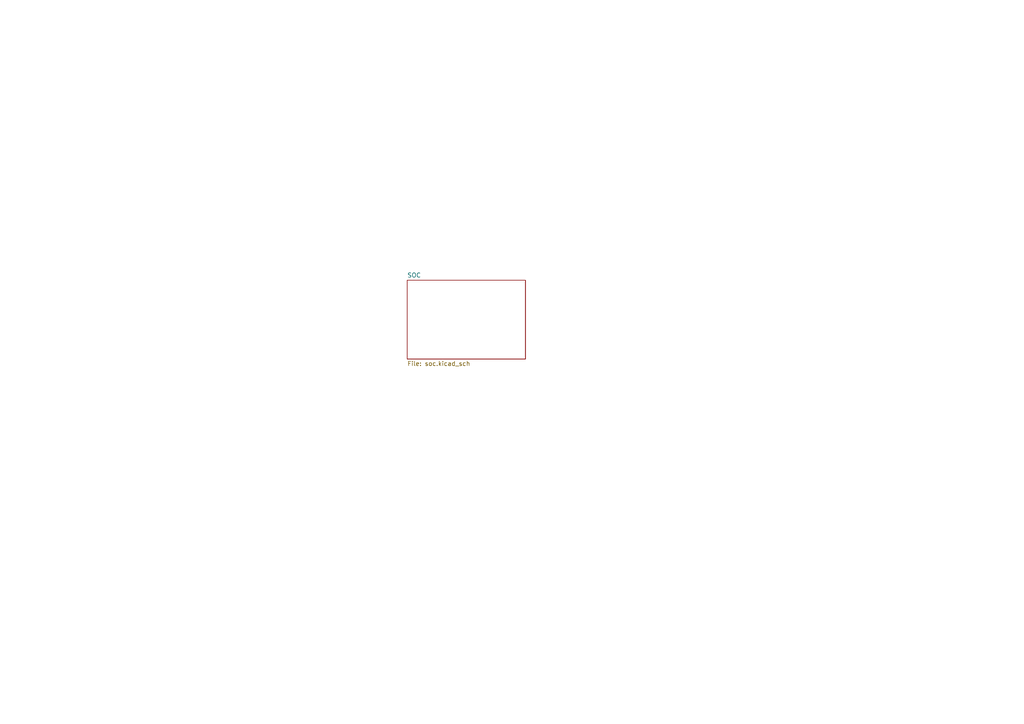
<source format=kicad_sch>
(kicad_sch
	(version 20231120)
	(generator "eeschema")
	(generator_version "8.0")
	(uuid "842b1653-7ee6-465b-adee-3de91196172c")
	(paper "A4")
	(lib_symbols)
	(sheet
		(at 118.11 81.28)
		(size 34.29 22.86)
		(fields_autoplaced yes)
		(stroke
			(width 0.1524)
			(type solid)
		)
		(fill
			(color 0 0 0 0.0000)
		)
		(uuid "862994a4-e692-435c-99c6-9373401b5a98")
		(property "Sheetname" "SOC"
			(at 118.11 80.5684 0)
			(effects
				(font
					(size 1.27 1.27)
				)
				(justify left bottom)
			)
		)
		(property "Sheetfile" "soc.kicad_sch"
			(at 118.11 104.7246 0)
			(effects
				(font
					(size 1.27 1.27)
				)
				(justify left top)
			)
		)
		(instances
			(project "LET-project"
				(path "/842b1653-7ee6-465b-adee-3de91196172c"
					(page "2")
				)
			)
		)
	)
	(sheet_instances
		(path "/"
			(page "1")
		)
	)
)

</source>
